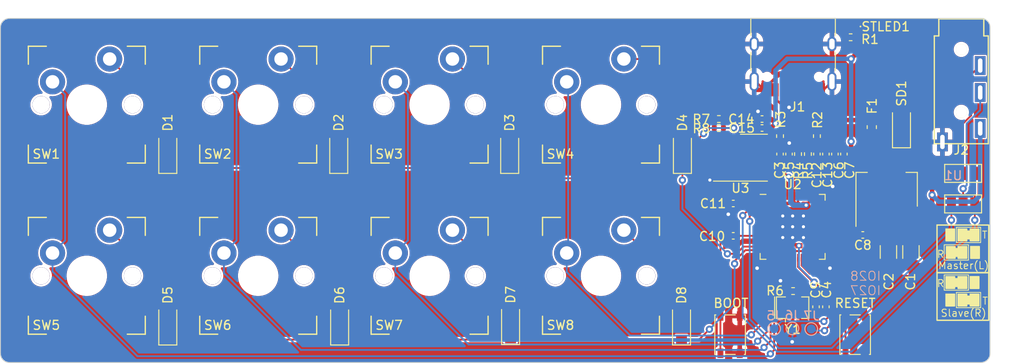
<source format=kicad_pcb>
(kicad_pcb (version 20221018) (generator pcbnew)
  (layers (0 "F.Cu" signal) (31 "B.Cu" signal) (34 "B.Paste" user) (35 "F.Paste" user) (36 "B.SilkS" user "B.Silkscreen") (37 "F.SilkS" user "F.Silkscreen") (38 "B.Mask" user) (39 "F.Mask" user) (44 "Edge.Cuts" user))
  (net 0 "")
  (net 1 "+5V")
  (net 2 "GND")
  (net 3 "+3V3")
  (net 4 "+1V1")
  (net 5 "row0")
  (net 6 "Net-(D1-A)")
  (net 7 "Net-(D2-A)")
  (net 8 "Net-(D3-A)")
  (net 9 "rotary")
  (net 10 "row1")
  (net 11 "Net-(D5-A)")
  (net 12 "Net-(D6-A)")
  (net 13 "Net-(D7-A)")
  (net 14 "Net-(D8-A)")
  (net 15 "VBUS")
  (net 16 "Net-(SD1-A)")
  (net 17 "Net-(J1-CC1)")
  (net 18 "D+")
  (net 19 "D-")
  (net 21 "Net-(J1-CC2)")
  (net 23 "SWCLK")
  (net 24 "SWD")
  (net 25 "Net-(STLED1-A)")
  (net 26 "QSPI_SS")
  (net 27 "USB_BOOT")
  (net 28 "col0")
  (net 29 "col1")
  (net 30 "col2")
  (net 31 "col3")
  (net 32 "RESET")
  (net 33 "Net-(U2-USB_DP)")
  (net 34 "Net-(U2-USB_DM)")
  (net 35 "Net-(U2-XOUT)")
  (net 42 "QSPI_SD3")
  (net 43 "QSPI_SCLK")
  (net 44 "QSPI_SD0")
  (net 45 "QSPI_SD2")
  (net 46 "QSPI_SD1")
  (net 47 "R2")
  (net 48 "R1")
  (net 49 "RX")
  (net 50 "TX")
  (net 53 "Net-(U2-XIN)")
  (net 62 "Net-(R6-Pad1)")
  (footprint "Jumper:SolderJumper-3_P1.3mm_Open_Pad1.0x1.5mm_NumberLabels" (layer "F.Cu") (at 197.4 107.65)
    (fp_text reference "J4" hide)
    (fp_text value "Conn_01x03_Male")
  )
  (footprint "Package_SON:WSON-8-1EP_6x5mm_P1.27mm_EP3.4x4.3mm" (layer "F.Cu") (at 172.65 105.9)
    (fp_text reference "U3")
    (fp_text value "W25Q128JVSIQ")
  )
  (footprint "yuchi:MX_HOLE" (layer "F.Cu") (at 100 119.05)
    (fp_text reference "SW5")
    (fp_text value "SW_Push")
  )
  (footprint "Resistor_SMD:R_0402_1005Metric" (layer "F.Cu") (at 184.9 92.5)
    (fp_text reference "R1")
    (fp_text value "1k")
  )
  (footprint "Connector_USB:USB_C_Receptacle_HRO_TYPE-C-31-M-12" (layer "F.Cu") (at 178.5 94.3 180)
    (fp_text reference "J1")
    (fp_text value "USB_C_Receptacle")
  )
  (footprint "Diode_SMD:D_SOD-123" (layer "F.Cu") (at 190.55 102.55 90)
    (fp_text reference "SD1")
    (fp_text value "Schottky diode")
  )
  (footprint "yuchi:MX_HOLE" (layer "F.Cu") (at 157.15 119.05)
    (fp_text reference "SW8")
    (fp_text value "SW_Push")
  )
  (footprint "Fuse:Fuse_0603_1608Metric" (layer "F.Cu") (at 187.25 102.5 -90)
    (fp_text reference "F1")
    (fp_text value "Fuse")
  )
  (footprint "LED_SMD:LED_0402_1005Metric" (layer "F.Cu") (at 184.9 91.3 180)
    (fp_text reference "STLED1")
    (fp_text value "LED_GREEN")
  )
  (footprint "Capacitor_SMD:C_1206_3216Metric" (layer "F.Cu") (at 191.6 116.4 -90)
    (fp_text reference "C1")
    (fp_text value "10u")
  )
  (footprint "Diode_SMD:D_SOD-123" (layer "F.Cu") (at 147.1 124.45 90)
    (fp_text reference "D7")
    (fp_text value "D_Small")
  )
  (footprint "Diode_SMD:D_SOD-123" (layer "F.Cu") (at 109 105.4 90)
    (fp_text reference "D1")
    (fp_text value "D_Small")
  )
  (footprint "Diode_SMD:D_SOD-123" (layer "F.Cu") (at 166.1 124.5 90)
    (fp_text reference "D8")
    (fp_text value "D_Small")
  )
  (footprint "Resistor_SMD:R_0402_1005Metric" (layer "F.Cu") (at 170.25 101.6 180)
    (fp_text reference "R7")
    (fp_text value "10k")
  )
  (footprint "Package_TO_SOT_SMD:SOT-223" (layer "F.Cu") (at 188.9 109.45 90)
    (fp_text reference "U1")
    (fp_text value "NCP1117-3.3_SOT223")
  )
  (footprint "Resistor_SMD:R_0402_1005Metric" (layer "F.Cu") (at 180.15 105.5 90)
    (fp_text reference "R5")
    (fp_text value "27")
  )
  (footprint "Button_Switch_SMD:SW_SPST_PTS810" (layer "F.Cu") (at 171.5 125.6 90)
    (fp_text reference "SW9" hide)
    (fp_text value "BOOT")
  )
  (footprint "Capacitor_SMD:C_0402_1005Metric" (layer "F.Cu") (at 183.15 105.5 90)
    (fp_text reference "C6")
    (fp_text value "100n")
  )
  (footprint "Capacitor_SMD:C_0402_1005Metric" (layer "F.Cu") (at 175.05 102.6 180)
    (fp_text reference "C15")
    (fp_text value "2.2uF")
  )
  (footprint "yuchi:MX_HOLE" (layer "F.Cu") (at 157.15 100)
    (fp_text reference "SW4")
    (fp_text value "SW_Push")
  )
  (footprint "Capacitor_SMD:C_0402_1005Metric" (layer "F.Cu") (at 182.15 122.5 -90)
    (fp_text reference "C4")
    (fp_text value "100n")
  )
  (footprint "Resistor_SMD:R_0402_1005Metric" (layer "F.Cu") (at 178.5 120.75 180)
    (fp_text reference "R6")
    (fp_text value "1k")
  )
  (footprint "Resistor_SMD:R_0402_1005Metric" (layer "F.Cu") (at 170.25 102.6 180)
    (fp_text reference "R8")
    (fp_text value "1k")
  )
  (footprint "yuchi:MX_HOLE" (layer "F.Cu") (at 138.1 100)
    (fp_text reference "SW3")
    (fp_text value "SW_Push")
  )
  (footprint "Capacitor_SMD:C_0402_1005Metric" (layer "F.Cu") (at 184.15 105.5 90)
    (fp_text reference "C7")
    (fp_text value "100n")
  )
  (footprint "Capacitor_SMD:C_0402_1005Metric" (layer "F.Cu") (at 186.25 114.5)
    (fp_text reference "C8")
    (fp_text value "100n")
  )
  (footprint "Package_DFN_QFN:QFN-56-1EP_7x7mm_P0.4mm_EP3.2x3.2mm" (layer "F.Cu") (at 178.45 113.6)
    (fp_text reference "U2")
    (fp_text value "RP2040")
  )
  (footprint "Diode_SMD:D_SOD-123" (layer "F.Cu") (at 128 105.4 90)
    (fp_text reference "D2")
    (fp_text value "D_Small")
  )
  (footprint "Capacitor_SMD:C_0402_1005Metric" (layer "F.Cu") (at 171.85 111 180)
    (fp_text reference "C11")
    (fp_text value "100n")
  )
  (footprint "Capacitor_SMD:C_0402_1005Metric" (layer "F.Cu") (at 178.05 105.5 90)
    (fp_text reference "C5")
    (fp_text value "100n")
  )
  (footprint "yuchi:MX_HOLE" (layer "F.Cu") (at 119.05 119.05)
    (fp_text reference "SW6")
    (fp_text value "SW_Push")
  )
  (footprint "Capacitor_SMD:C_0402_1005Metric" (layer "F.Cu") (at 175.05 101.6 180)
    (fp_text reference "C14")
    (fp_text value "100n")
  )
  (footprint "Capacitor_SMD:C_0402_1005Metric" (layer "F.Cu") (at 181.05 122.5 -90)
    (fp_text reference "C9")
    (fp_text value "100n")
  )
  (footprint "Diode_SMD:D_SOD-123" (layer "F.Cu") (at 109 124.5 90)
    (fp_text reference "D5")
    (fp_text value "D_Small")
  )
  (footprint "Resistor_SMD:R_0402_1005Metric" (layer "F.Cu") (at 181.15 103.5 -90)
    (fp_text reference "R2")
    (fp_text value "5.1k")
  )
  (footprint "Capacitor_SMD:C_1206_3216Metric" (layer "F.Cu") (at 189.1 116.4 -90)
    (fp_text reference "C2")
    (fp_text value "10u")
  )
  (footprint "Capacitor_SMD:C_0402_1005Metric" (layer "F.Cu") (at 171.85 114.6 180)
    (fp_text reference "C10")
    (fp_text value "100n")
  )
  (footprint "Diode_SMD:D_SOD-123" (layer "F.Cu") (at 147 105.4 90)
    (fp_text reference "D3")
    (fp_text value "D_Small")
  )
  (footprint "Button_Switch_SMD:SW_SPST_PTS810" (layer "F.Cu") (at 185.4 125.6 90)
    (fp_text reference "SW10" hide)
    (fp_text value "RESET")
  )
  (footprint "Jumper:SolderJumper-3_P1.3mm_Open_Pad1.0x1.5mm_NumberLabels" (layer "F.Cu") (at 197.4 111.05)
    (fp_text reference "J3" hide)
    (fp_text value "Conn_01x03_Male")
  )
  (footprint "Resistor_SMD:R_0402_1005Metric" (layer "F.Cu") (at 179.05 105.5 90)
    (fp_text reference "R4")
    (fp_text value "27")
  )
  (footprint "Diode_SMD:D_SOD-123" (layer "F.Cu") (at 128.1 124.5 90)
    (fp_text reference "D6")
    (fp_text value "D_Small")
  )
  (footprint "Capacitor_SMD:C_0402_1005Metric" (layer "F.Cu") (at 177.05 105.5 90)
    (fp_text reference "C3")
    (fp_text value "100n")
  )
  (footprint "Diode_SMD:D_SOD-123" (layer "F.Cu") (at 166.2 105.4 90)
    (fp_text reference "D4")
    (fp_text value "D_Small")
  )
  (footprint "Capacitor_SMD:C_0402_1005Metric" (layer "F.Cu") (at 182.15 105.5 90)
    (fp_text reference "C13")
    (fp_text value "2.2uF")
  )
  (footprint "Crystal:Resonator_SMD_Murata_CSTxExxV-3Pin_3.0x1.1mm" (layer "F.Cu") (at 178.45 122.6)
    (fp_text reference "Y1")
    (fp_text value "12MHz")
  )
  (footprint "yuchi:MX_HOLE" (layer "F.Cu") (at 119.05 100)
    (fp_text reference "SW2")
    (fp_text value "SW_Push")
  )
  (footprint "yuchi:MX_HOLE" (layer "F.Cu") (at 100 100)
    (fp_text reference "SW1")
    (fp_text value "SW_Push")
  )
  (footprint "Resistor_SMD:R_0402_1005Metric" (layer "F.Cu") (at 177.05 103.5 -90)
    (fp_text reference "R3")
    (fp_text value "5.1k")
  )
  (footprint "yuchi_kbd:PJ-320" (layer "F.Cu") (at 197.2 98.35)
    (fp_text reference "J2")
    (fp_text value "AudioJack4")
  )
  (footprint "yuchi:MX_HOLE" (layer "F.Cu") (at 138.1 119.05)
    (fp_text reference "SW7")
    (fp_text value "SW_Push")
  )
  (footprint "Capacitor_SMD:C_0402_1005Metric" (layer "F.Cu") (at 181.15 105.5 90)
    (fp_text reference "C12")
    (fp_text value "2.2uF")
  )
  (footprint "TestPoint:TestPoint_Pad_D1.0mm" (layer "B.Cu") (at 180.52 124.97 180)
    (fp_text reference "J7")
    (fp_text value "TP3")
  )
  (footprint "TestPoint:TestPoint_Pad_D1.0mm" (layer "B.Cu") (at 178.43 124.91 180)
    (fp_text reference "J6")
    (fp_text value "TP2")
  )
  (footprint "TestPoint:TestPoint_Pad_D1.0mm" (layer "B.Cu") (at 176.39 124.94 180)
    (fp_text reference "J5")
    (fp_text value "TP1")
  )
  (gr_rect (start 198.2 119.15) (end 199.15 120.45) (stroke (width 0.15)) (fill solid) (layer "F.SilkS"))
  (gr_rect (start 194.5 118.7) (end 200.25 124) (stroke (width 0.15)) (fill none) (layer "F.SilkS"))
  (gr_rect (start 196 116.35) (end 197.4 116.55) (stroke (width 0.8)) (fill none) (layer "F.SilkS"))
  (gr_rect (start 196.85 119.15) (end 197.8 120.45) (stroke (width 0.15)) (fill solid) (layer "F.SilkS"))
  (gr_rect (start 196.85 121.1) (end 197.8 122.4) (stroke (width 0.15)) (fill solid) (layer "F.SilkS"))
  (gr_rect (start 196.65 120.9) (end 199.35 122.6) (stroke (width 0.1)) (fill none) (layer "F.SilkS"))
  (gr_rect (start 195.5 113.85) (end 196.45 115.15) (stroke (width 0.15)) (fill solid) (layer "F.SilkS"))
  (gr_rect (start 196.65 113.65) (end 199.35 115.35) (stroke (width 0.1)) (fill none) (layer "F.SilkS"))
  (gr_rect (start 197.3 114.4) (end 198.7 114.6) (stroke (width 0.8)) (fill none) (layer "F.SilkS"))
  (gr_rect (start 195.3 115.6) (end 198 117.3) (stroke (width 0.1)) (fill none) (layer "F.SilkS"))
  (gr_rect (start 195.5 119.15) (end 196.45 120.45) (stroke (width 0.15)) (fill solid) (layer "F.SilkS"))
  (gr_rect (start 196.85 113.85) (end 197.8 115.15) (stroke (width 0.15)) (fill solid) (layer "F.SilkS"))
  (gr_rect (start 198.2 113.85) (end 199.15 115.15) (stroke (width 0.15)) (fill solid) (layer "F.SilkS"))
  (gr_rect (start 195.55 115.8) (end 196.5 117.1) (stroke (width 0.15)) (fill solid) (layer "F.SilkS"))
  (gr_rect (start 196.85 115.8) (end 197.8 117.1) (stroke (width 0.15)) (fill solid) (layer "F.SilkS"))
  (gr_rect (start 194.5 113.4) (end 200.25 118.7) (stroke (width 0.15)) (fill none) (layer "F.SilkS"))
  (gr_rect (start 195.9 119.7) (end 197.3 119.9) (stroke (width 0.8)) (fill none) (layer "F.SilkS"))
  (gr_rect (start 197.25 121.65) (end 198.65 121.85) (stroke (width 0.8)) (fill none) (layer "F.SilkS"))
  (gr_rect (start 195.5 121.1) (end 196.45 122.4) (stroke (width 0.15)) (fill solid) (layer "F.SilkS"))
  (gr_rect (start 198.25 115.8) (end 199.2 117.1) (stroke (width 0.15)) (fill solid) (layer "F.SilkS"))
  (gr_rect (start 198.2 121.1) (end 199.15 122.4) (stroke (width 0.15)) (fill solid) (layer "F.SilkS"))
  (gr_rect (start 195.3 118.95) (end 198 120.65) (stroke (width 0.1)) (fill none) (layer "F.SilkS"))
  (gr_line (start 90.4 91.4) (end 90.4 127.7) (stroke (width 0.1)) (layer "Edge.Cuts"))
  (gr_line (start 91.4 128.7) (end 199.4 128.7) (stroke (width 0.1)) (layer "Edge.Cuts"))
  (gr_line (start 200.4 127.7) (end 200.4 91.4) (stroke (width 0.1)) (layer "Edge.Cuts"))
  (gr_arc (start 199.4 90.4) (mid 200.107107 90.692893) (end 200.4 91.4) (stroke (width 0.1)) (layer "Edge.Cuts"))
  (gr_arc (start 200.4 127.7) (mid 200.107107 128.407107) (end 199.4 128.7) (stroke (width 0.1)) (layer "Edge.Cuts"))
  (gr_line (start 199.4 90.4) (end 91.4 90.4) (stroke (width 0.1)) (layer "Edge.Cuts"))
  (gr_arc (start 90.4 91.4) (mid 90.692893 90.692893) (end 91.4 90.4) (stroke (width 0.1)) (layer "Edge.Cuts"))
  (gr_arc (start 91.4 128.7) (mid 90.692893 128.407107) (end 90.4 127.7) (stroke (width 0.1)) (layer "Edge.Cuts"))
  (gr_text "IO28\nIO27" (at 186.551364 119.890534) (layer "B.SilkS") (effects (font (size 1 1) (thickness 0.1)) (justify mirror)))
  (gr_text "T" (at 199.85 121.85) (layer "F.SilkS") (effects (font (size 0.8 0.8) (thickness 0.1))))
  (gr_text "Slave(R)" (at 197.45 123.2) (layer "F.SilkS") (effects (font (size 0.8 0.8) (thickness 0.1))))
  (gr_text "R" (at 194.9 116.65) (layer "F.SilkS") (effects (font (size 0.8 0.8) (thickness 0.1))))
  (gr_text "Master(L)" (at 197.45 117.9) (layer "F.SilkS") (effects (font (size 0.8 0.8) (thickness 0.1))))
  (gr_text "T" (at 199.8 114.5) (layer "F.SilkS") (effects (font (size 0.8 0.8) (thickness 0.1))))
  (gr_text "R" (at 194.9 119.9) (layer "F.SilkS") (effects (font (size 0.8 0.8) (thickness 0.1))))
  (segment (start 193.95 110.05) (end 193.95 113.75) (width 0.5) (layer "F.Cu") (net 1))
  (segment (start 190.55 104.2) (end 190.7 104.2) (width 0.2) (layer "F.Cu") (net 1))
  (segment (start 193.95 110.05) (end 193.95 107.385614) (width 0.5) (layer "F.Cu") (net 1))
  (segment (start 193.95 107.385614) (end 190.764386 104.2) (width 0.5) (layer "F.Cu") (net 1))
  (segment (start 191.6 113) (end 191.2 112.6) (width 0.5) (layer "F.Cu") (net 1))
  (segment (start 193.95 113.75) (end 192.775 114.925) (width 0.5) (layer "F.Cu") (net 1))
  (segment (start 190.764386 104.2) (end 190.7 104.2) (width 0.5) (layer "F.Cu") (net 1))
  (segment (start 192.775 114.925) (end 191.6 114.925) (width 0.5) (layer "F.Cu") (net 1))
  (segment (start 191.6 114.925) (end 191.6 113) (width 0.5) (layer "F.Cu") (net 1))
  (via (at 193.95 110.05) (size 0.8) (drill 0.4) (layers "F.Cu" "B.Cu") (net 1))
  (segment (start 194.7 110.8) (end 198.6 110.8) (width 0.5) (layer "B.Cu") (net 1))
  (segment (start 193.95 110.05) (end 194.7 110.8) (width 0.5) (layer "B.Cu") (net 1))
  (segment (start 199.3 110.1) (end 199.3 102.65) (width 0.5) (layer "B.Cu") (net 1))
  (segment (start 198.6 110.8) (end 199.3 110.1) (width 0.5) (layer "B.Cu") (net 1))
  (segment (start 177.451364 114.590534) (end 178.451364 113.590534) (width 0.2) (layer "F.Cu") (net 2))
  (segment (start 169.951364 107.795534) (end 169.846844 107.795534) (width 0.2) (layer "F.Cu") (net 2))
  (segment (start 181.15 105.02) (end 181.15 104.11) (width 0.2) (layer "F.Cu") (net 2))
  (segment (start 177.45 117.0375) (end 177.45 119.25) (width 0.2) (layer "F.Cu") (net 2))
  (segment (start 174.57 101.6) (end 174.57 100.7795) (width 0.2) (layer "F.Cu") (net 2))
  (segment (start 186.73 114.5) (end 186.73 112.73) (width 0.25) (layer "F.Cu") (net 2))
  (segment (start 177.05 105.02) (end 177.05 104.01) (width 0.2) (layer "F.Cu") (net 2))
  (segment (start 174.57 100.7795) (end 174.6 100.7495) (width 0.2) (layer "F.Cu") (net 2))
  (segment (start 174.336364 97.420534) (end 175.251364 98.335534) (width 0.25) (layer "F.Cu") (net 2))
  (segment (start 182.82 97.43) (end 182.82 93.25) (width 0.2) (layer "F.Cu") (net 2))
  (segment (start 177.45 119.25) (end 177.1 119.6) (width 0.2) (layer "F.Cu") (net 2))
  (segment (start 184.15 105.02) (end 183.15 105.02) (width 0.2) (layer "F.Cu") (net 2))
  (segment (start 181.906364 98.335534) (end 182.821364 97.420534) (width 0.25) (layer "F.Cu") (net 2))
  (segment (start 174.181364 97.420534) (end 174.336364 97.420534) (width 0.25) (layer "F.Cu") (net 2))
  (segment (start 169.846844 107.795534) (end 169.250384 108.391994) (width 0.2) (layer "F.Cu") (net 2))
  (segment (start 177.810794 104.01) (end 178.075901 104.275107) (width 0.2) (layer "F.Cu") (net 2))
  (segment (start 178.05 105.02) (end 177.05 105.02) (width 0.2) (layer "F.Cu") (net 2))
  (segment (start 181.15 105.02) (end 182.15 105.02) (width 0.2) (layer "F.Cu") (net 2))
  (segment (start 177.05 104.01) (end 177.810794 104.01) (width 0.2) (layer "F.Cu") (net 2))
  (segment (start 186.73 112.73) (end 186.6 112.6) (width 0.25) (layer "F.Cu") (net 2))
  (segment (start 174.18 93.25) (end 174.18 97.43) (width 0.2) (layer "F.Cu") (net 2))
  (segment (start 182.15 105.02) (end 183.15 105.02) (width 0.2) (layer "F.Cu") (net 2))
  (via (at 178.451364 112.390534) (size 0.6) (drill 0.35) (layers "F.Cu" "B.Cu") (net 2))
  (via (at 182.6 118.2) (size 0.8) (drill 0.4) (layers "F.Cu" "B.Cu") (net 2))
  (via (at 169.250384 108.391994) (size 0.6) (drill 0.35) (layers "F.Cu" "B.Cu") (net 2))
  (via (at 174.5 118.2) (size 0.8) (drill 0.4) (layers "F.Cu" "B.Cu") (net 2))
  (via (at 177.351364 114.790534) (size 0.6) (drill 0.35) (layers "F.Cu" "B.Cu") (net 2))
  (via (at 178.451364 114.790534) (size 0.6) (drill 0.35) (layers "F.Cu" "B.Cu") (net 2))
  (via (at 178.075901 104.275107) (size 0.8) (drill 0.4) (layers "F.Cu" "B.Cu") (net 2))
  (via (at 177.351364 112.390534) (size 0.6) (drill 0.35) (layers "F.Cu" "B.Cu") (net 2))
  (via (at 178.4 126.4) (size 0.8) (drill 0.4) (layers "F.Cu" "B.Cu") (net 2))
  (via (at 179.651364 113.590534) (size 0.6) (drill 0.35) (layers "F.Cu" "B.Cu") (net 2))
  (via (at 171.3 112.2) (size 0.8) (drill 0.4) (layers "F.Cu" "B.Cu") (net 2))
  (via (at 174.6 100.7495) (size 0.8) (drill 0.4) (layers "F.Cu" "B.Cu") (net 2))
  (via (at 182.9 109.1) (size 0.8) (drill 0.4) (layers "F.Cu" "B.Cu") (net 2))
  (via (at 179.651364 114.790534) (size 0.6) (drill 0.35) (layers "F.Cu" "B.Cu") (net 2))
  (via (at 178.05 100.3) (size 0.8) (drill 0.4) (layers "F.Cu" "B.Cu") (net 2))
  (via (at 178.451364 113.590534) (size 0.6) (drill 0.35) (layers "F.Cu" "B.Cu") (net 2))
  (via (at 177.1 119.6) (size 0.8) (drill 0.4) (layers "F.Cu" "B.Cu") (net 2))
  (via (at 179.651364 112.390534) (size 0.6) (drill 0.35) (layers "F.Cu" "B.Cu") (net 2))
  (via (at 177.351364 113.590534) (size 0.6) (drill 0.35) (layers "F.Cu" "B.Cu") (net 2))
  (segment (start 178.43 124.91) (end 178.43 126.37) (width 0.2) (layer "B.Cu") (net 2))
  (segment (start 178.43 126.37) (end 178.4 126.4) (width 0.2) (layer "B.Cu") (net 2))
  (segment (start 180.651364 110.153034) (end 180.651364 110.990534) (width 0.2) (layer "F.Cu") (net 3))
  (segment (start 181.051364 110.990534) (end 180.851364 111.190534) (width 0.2) (layer "F.Cu") (net 3))
  (segment (start 176.051364 102.590534) (end 175.531364 102.590534) (width 0.5) (layer "F.Cu") (net 3))
  (segment (start 181.188864 110.153034) (end 181.188864 108.153034) (width 0.5) (layer "F.Cu") (net 3))
  (segment (start 175.0125 111) (end 175.9 111) (width 0.2) (layer "F.Cu") (net 3))
  (segment (start 181.8875 110.6625) (end 181.95 110.6) (width 0.2) (layer "F.Cu") (net 3))
  (segment (start 172.206663 114.476663) (end 172.33 114.6) (width 0.2) (layer "F.Cu") (net 3))
  (segment (start 184.95 105.65) (end 184.95 104.1) (width 0.5) (layer "F.Cu") (net 3))
  (segment (start 175.531364 103.805534) (end 175.351364 103.985534) (width 0.5) (layer "F.Cu") (net 3))
  (segment (start 185.41 94.44) (end 185.41 92.5) (width 0.5) (layer "F.Cu") (net 3))
  (segment (start 185.77 115.07) (end 185.77 114.5) (width 0.5) (layer "F.Cu") (net 3))
  (segment (start 175.0125 111) (end 172.33 111) (width 0.2) (layer "F.Cu") (net 3))
  (segment (start 178.851364 110.990534) (end 178.651364 110.790534) (width 0.2) (layer "F.Cu") (net 3))
  (segment (start 178.651364 110.790534) (end 178.651364 110.153034) (width 0.2) (layer "F.Cu") (net 3))
  (segment (start 184.15 106.3) (end 184.15 105.98) (width 0.5) (layer "F.Cu") (net 3))
  (segment (start 181.8875 111) (end 181.06083 111) (width 0.2) (layer "F.Cu") (net 3))
  (segment (start 175.531364 103.805534) (end 175.531364 102.590534) (width 0.5) (layer "F.Cu") (net 3))
  (segment (start 181.05 120.95) (end 178.65 118.55) (width 0.2) (layer "F.Cu") (net 3))
  (segment (start 188.9 112.6) (end 188.9 114.725) (width 0.5) (layer "F.Cu") (net 3))
  (segment (start 184.95 94.9) (end 185.41 94.44) (width 0.5) (layer "F.Cu") (net 3))
  (segment (start 180.651364 110.153034) (end 180.651364 107.658034) (width 0.2) (layer "F.Cu") (net 3))
  (segment (start 171.6 99.9) (end 170.76 100.74) (width 0.5) (layer "F.Cu") (net 3))
  (segment (start 181.188864 108.153034) (end 183.151364 106.190534) (width 0.5) (layer "F.Cu") (net 3))
  (segment (start 181.95 108.5) (end 184.15 106.3) (width 0.5) (layer "F.Cu") (net 3))
  (segment (start 181.8875 111) (end 181.8875 110.6625) (width 0.2) (layer "F.Cu") (net 3))
  (segment (start 176.551364 102.090534) (end 176.551364 100.651364) (width 0.5) (layer "F.Cu") (net 3))
  (segment (start 186.2 115.5) (end 185.77 115.07) (width 0.5) (layer "F.Cu") (net 3))
  (segment (start 188.525 115.5) (end 186.2 115.5) (width 0.5) (layer "F.Cu") (net 3))
  (segment (start 183.151364 106.190534) (end 183.151364 106.070534) (width 0.5) (layer "F.Cu") (net 3))
  (segment (start 176.551364 102.090534) (end 176.051364 102.590534) (width 0.5) (layer "F.Cu") (net 3))
  (segment (start 175.0125 114.6) (end 172.33 114.6) (width 0.2) (layer "F.Cu") (net 3))
  (segment (start 184.15 105.98) (end 183.15 105.98) (width 0.5) (layer "F.Cu") (net 3))
  (segment (start 172.206663 111.123337) (end 172.206663 114.476663) (width 0.2) (layer "F.Cu") (net 3))
  (segment (start 179.051364 109.290534) (end 178.851364 109.090534) (width 0.2) (layer "F.Cu") (net 3))
  (segment (start 180.651364 107.658034) (end 182.151364 106.158034) (width 0.2) (layer "F.Cu") (net 3))
  (segment (start 181.05 122.02) (end 181.05 120.95) (width 0.2) (layer "F.Cu") (net 3))
  (segment (start 176.051364 101.590534) (end 176.551364 102.090534) (width 0.5) (layer "F.Cu") (net 3))
  (segment (start 181.051364 110.153034) (end 181.051364 110.990534) (width 0.2) (layer "F.Cu") (net 3))
  (segment (start 181.8875 114.6) (end 185.67 114.6) (width 0.2) (layer "F.Cu") (net 3))
  (segment (start 178.651364 109.290534) (end 178.651364 110.153034) (width 0.2) (layer "F.Cu") (net 3))
  (segment (start 179.051364 110.153034) (end 179.051364 109.290534) (width 0.2) (layer "F.Cu") (net 3))
  (segment (start 178.65 118.55) (end 178.65 117.0375) (width 0.2) (layer "F.Cu") (net 3))
  (segment (start 175.531364 102.590534) (end 175.531364 101.590534) (width 0.5) (layer "F.Cu") (net 3))
  (segment (start 181.06083 111) (end 181.051364 110.990534) (width 0.2) (layer "F.Cu") (net 3))
  (segment (start 180.851364 111.190534) (end 180.851364 112.190534) (width 0.2) (layer "F.Cu") (net 3))
  (segment (start 178.65 117.0375) (end 178.65 116.291898) (width 0.2) (layer "F.Cu") (net 3))
  (segment (start 181.95 110.6) (end 181.95 108.5) (width 0.5) (layer "F.Cu") (net 3))
  (segment (start 178.65 116.291898) (end 178.652343 116.289555) (width 0.2) (layer "F.Cu") (net 3))
  (segment (start 181.8875 114.6) (end 180.95 114.6) (width 0.2) (layer "F.Cu") (net 3))
  (segment (start 179.051364 110.153034) (end 179.051364 110.790534) (width 0.2) (layer "F.Cu") (net 3))
  (segment (start 182.15 105.98) (end 183.15 105.98) (width 0.5) (layer "F.Cu") (net 3))
  (segment (start 175.0125 114.6) (end 175.8 114.6) (width 0.2) (layer "F.Cu") (net 3))
  (segment (start 179.051364 110.790534) (end 178.851364 110.990534) (width 0.2) (layer "F.Cu") (net 3))
  (segment (start 178.851364 109.090534) (end 178.851364 107.638643) (width 0.5) (layer "F.Cu") (net 3))
  (segment (start 175.8 99.9) (end 171.6 99.9) (width 0.5) (layer "F.Cu") (net 3))
  (segment (start 184.15 105.98) (end 184.62 105.98) (width 0.5) (layer "F.Cu") (net 3))
  (segment (start 189.1 114.925) (end 188.525 115.5) (width 0.5) (layer "F.Cu") (net 3))
  (segment (start 184.62 105.98) (end 184.95 105.65) (width 0.5) (layer "F.Cu") (net 3))
  (segment (start 175.531364 101.590534) (end 176.051364 101.590534) (width 0.5) (layer "F.Cu") (net 3))
  (segment (start 178.652343 116.289555) (end 179.652343 116.289555) (width 0.2) (layer "F.Cu") (net 3))
  (segment (start 185.67 114.6) (end 185.77 114.5) (width 0.2) (layer "F.Cu") (net 3))
  (segment (start 179.652343 116.289555) (end 179.951364 115.990534) (width 0.2) (layer "F.Cu") (net 3))
  (segment (start 178.051364 106.838643) (end 178.051364 106.070534) (width 0.5) (layer "F.Cu") (net 3))
  (segment (start 172.33 111) (end 172.206663 111.123337) (width 0.2) (layer "F.Cu") (net 3))
  (segment (start 176.551364 100.651364) (end 175.8 99.9) (width 0.5) (layer "F.Cu") (net 3))
  (segment (start 178.851364 109.090534) (end 178.651364 109.290534) (width 0.2) (layer "F.Cu") (net 3))
  (segment (start 178.851364 107.638643) (end 178.051364 106.838643) (width 0.5) (layer "F.Cu") (net 3))
  (segment (start 188.9 114.725) (end 189.1 114.925) (width 0.5) (layer "F.Cu") (net 3))
  (segment (start 180.651364 110.990534) (end 180.851364 111.190534) (width 0.2) (layer "F.Cu") (net 3))
  (segment (start 170.76 100.74) (end 170.76 101.6) (width 0.5) (layer "F.Cu") (net 3))
  (via (at 176.551364 102.090534) (size 0.7) (drill 0.4) (layers "F.Cu" "B.Cu") (net 3))
  (via (at 184.95 94.9) (size 0.8) (drill 0.4) (layers "F.Cu" "B.Cu") (net 3))
  (via (at 184.95 104.1) (size 0.8) (drill 0.4) (layers "F.Cu" "B.Cu") (net 3))
  (segment (start 184.95 94.9) (end 177.85 94.9) (width 0.5) (layer "B.Cu") (net 3))
  (segment (start 177.85 94.9) (end 176.551364 96.198636) (width 0.5) (layer "B.Cu") (net 3))
  (segment (start 176.551364 96.198636) (end 176.551364 102.090534) (width 0.5) (layer "B.Cu") (net 3))
  (segment (start 184.95 104.1) (end 184.95 94.9) (width 0.5) (layer "B.Cu") (net 3))
  (segment (start 180.251364 110.153034) (end 180.251364 110.890534) (width 0.2) (layer "F.Cu") (net 4))
  (segment (start 180.844622 119.755378) (end 182.15 121.060756) (width 0.2) (layer "F.Cu") (net 4))
  (segment (start 181.151364 106.390534) (end 180.251364 107.290534) (width 0.2) (layer "F.Cu") (net 4))
  (segment (start 179.951364 111.190534) (end 179.551364 111.590534) (width 0.2) (layer "F.Cu") (net 4))
  (segment (start 179.051862 115.590534) (end 178.351364 115.590534) (width 0.2) (layer "F.Cu") (net 4))
  (segment (start 179.551364 111.590534) (end 179.251364 111.590534) (width 0.2) (layer "F.Cu") (net 4))
  (segment (start 178.001864 107.990534) (end 177.951364 107.990534) (width 0.2) (layer "F.Cu") (net 4))
  (segment (start 178.251364 108.240034) (end 178.001864 107.990534) (width 0.2) (layer "F.Cu") (net 4))
  (segment (start 180.251364 107.290534) (end 180.251364 110.153034) (width 0.2) (layer "F.Cu") (net 4))
  (segment (start 180.844622 119.755378) (end 180.738347 119.755378) (width 0.2) (layer "F.Cu") (net 4))
  (segment (start 177.951364 107.990534) (end 177.051364 107.090534) (width 0.2) (layer "F.Cu") (net 4))
  (segment (start 178.25 110.1625) (end 178.25 108.241398) (width 0.2) (layer "F.Cu") (net 4))
  (segment (start 181.151364 106.158034) (end 181.151364 106.390534) (width 0.2) (layer "F.Cu") (net 4))
  (segment (start 180.738347 119.755378) (end 179.050001 118.067032) (width 0.2) (layer "F.Cu") (net 4))
  (segment (start 180.251364 110.890534) (end 179.951364 111.190534) (width 0.2) (layer "F.Cu") (net 4))
  (segment (start 177.051364 107.090534) (end 177.051364 106.070534) (width 0.2) (layer "F.Cu") (net 4))
  (segment (start 179.050001 118.067032) (end 179.05 117.0375) (width 0.2) (layer "F.Cu") (net 4))
  (segment (start 178.25 108.241398) (end 178.251364 108.240034) (width 0.2) (layer "F.Cu") (net 4))
  (segment (start 179.151364 115.690036) (end 179.051862 115.590534) (width 0.2) (layer "F.Cu") (net 4))
  (segment (start 182.15 121.060756) (end 182.15 122.02) (width 0.2) (layer "F.Cu") (net 4))
  (via (at 178.001864 107.990534) (size 0.6) (drill 0.35) (layers "F.Cu" "B.Cu") (net 4))
  (via (at 180.844622 119.755378) (size 0.8) (drill 0.4) (layers "F.Cu" "B.Cu") (net 4))
  (via (at 179.951364 111.190534) (size 0.6) (drill 0.35) (layers "F.Cu" "B.Cu") (net 4))
  (via (at 179.151364 115.690036) (size 0.6) (drill 0.35) (layers "F.Cu" "B.Cu") (net 4))
  (segment (start 180.844622 119.755378) (end 179.151364 118.06212) (width 0.2) (layer "B.Cu") (net 4))
  (segment (start 178.251364 108.240034) (end 178.251364 110.890534) (width 0.6) (layer "B.Cu") (net 4))
  (segment (start 178.001864 107.990534) (end 178.251364 108.240034) (width 0.6) (layer "B.Cu") (net 4))
  (segment (start 179.151364 118.06212) (end 179.151364 115.690036) (width 0.2) (layer "B.Cu") (net 4))
  (segment (start 178.251364 110.890534) (end 178.551364 111.190534) (width 0.6) (layer "B.Cu") (net 4))
  (segment (start 178.551364 111.190534) (end 179.951364 111.190534) (width 0.6) (layer "B.Cu") (net 4))
  (segment (start 175.0125 115.8) (end 172.99045 115.8) (width 0.2) (layer "F.Cu") (net 5))
  (segment (start 166.2 108.4) (end 166.2 107.05) (width 0.2) (layer "F.Cu") (net 5))
  (segment (start 147 107.05) (end 148.15 108.2) (width 0.2) (layer "F.Cu") (net 5))
  (segment (start 109 107.05) (end 128 107.05) (width 0.2) (layer "F.Cu") (net 5))
  (segment (start 165.05 108.2) (end 166.2 107.05) (width 0.2) (layer "F.Cu") (net 5))
  (segment (start 172.19045 116.6) (end 171.2 116.6) (width 0.2) (layer "F.Cu") (net 5))
  (segment (start 128 107.05) (end 147 107.05) (width 0.2) (layer "F.Cu") (net 5))
  (segment (start 172.99045 115.8) (end 172.19045 116.6) (width 0.2) (layer "F.Cu") (net 5))
  (segment (start 148.15 108.2) (end 165.05 108.2) (width 0.2) (layer "F.Cu") (net 5))
  (via (at 171.2 116.6) (size 0.8) (drill 0.4) (layers "F.Cu" "B.Cu") (net 5))
  (via (at 166.2 108.4) (size 0.8) (drill 0.4) (layers "F.Cu" "B.Cu") (net 5))
  (segment (start 166.2 111.6) (end 166.2 108.4) (width 0.2) (layer "B.Cu") (net 5))
  (segment (start 171.2 116.6) (end 166.2 111.6) (width 0.2) (layer "B.Cu") (net 5))
  (segment (start 109 101.38) (end 109 103.75) (width 0.2) (layer "F.Cu") (net 6))
  (segment (start 102.54 94.92) (end 109 101.38) (width 0.2) (layer "F.Cu") (net 6))
  (segment (start 128 101.33) (end 128 103.75) (width 0.2) (layer "F.Cu") (net 7))
  (segment (start 121.59 94.92) (end 128 101.33) (width 0.2) (layer "F.Cu") (net 7))
  (segment (start 140.64 94.92) (end 147 101.28) (width 0.2) (layer "F.Cu") (net 8))
  (segment (start 147 101.28) (end 147 103.75) (width 0.2) (layer "F.Cu") (net 8))
  (segment (start 162.42 94.92) (end 159.69 94.92) (width 0.2) (layer "F.Cu") (net 9))
  (segment (start 166.2 98.7) (end 162.42 94.92) (width 0.2) (layer "F.Cu") (net 9))
  (segment (start 166.2 103.75) (end 166.2 98.7) (width 0.2) (layer "F.Cu") (net 9))
  (segment (start 169.2 125) (end 168.05 126.15) (width 0.2) (layer "F.Cu") (net 10))
  (segment (start 109 126.15) (end 128.1 126.15) (width 0.2) (layer "F.Cu") (net 10))
  (segment (start 173.2 116.2) (end 175.0125 116.2) (width 0.2) (layer "F.Cu") (net 10))
  (segment (start 128.1 126.15) (end 147.05 126.15) (width 0.2) (layer "F.Cu") (net 10))
  (segment (start 172 117.7) (end 172 117.4) (width 0.2) (layer "F.Cu") (net 10))
  (segment (start 147.05 126.15) (end 147.1 126.1) (width 0.2) (layer "F.Cu") (net 10))
  (segment (start 172 117.4) (end 173.2 116.2) (width 0.2) (layer "F.Cu") (net 10))
  (segment (start 147.1 126.1) (end 166.05 126.1) (width 0.2) (layer "F.Cu") (net 10))
  (segment (start 168.05 126.15) (end 166.1 126.15) (width 0.2) (layer "F.Cu") (net 10))
  (segment (start 166.05 126.1) (end 166.1 126.15) (width 0.2) (layer "F.Cu") (net 10))
  (via (at 169.2 125) (size 0.8) (drill 0.4) (layers "F.Cu" "B.Cu") (net 10))
  (via (at 172 117.7) (size 0.8) (drill 0.4) (layers "F.Cu" "B.Cu") (net 10))
  (segment (start 172 122.2) (end 169.2 125) (width 0.2) (layer "B.Cu") (net 10))
  (segment (start 172 117.7) (end 172 122.2) (width 0.2) (layer "B.Cu") (net 10))
  (segment (start 102.54 113.97) (end 109 120.43) (width 0.2) (layer "F.Cu") (net 11))
  (segment (start 109 120.43) (end 109 122.85) (width 0.2) (layer "F.Cu") (net 11))
  (segment (start 128.1 120.48) (end 128.1 122.85) (width 0.2) (layer "F.Cu") (net 12))
  (segment (start 121.59 113.97) (end 128.1 120.48) (width 0.2) (layer "F.Cu") (net 12))
  (segment (start 140.64 113.97) (end 147.1 120.43) (width 0.2) (layer "F.Cu") (net 13))
  (segment (start 147.1 120.43) (end 147.1 122.75) (width 0.2) (layer "F.Cu") (net 13))
  (segment (start 166.1 120.38) (end 166.1 122.85) (width 0.2) (layer "F.Cu") (net 14))
  (segment (start 159.69 113.97) (end 166.1 120.38) (width 0.2) (layer "F.Cu") (net 14))
  (segment (start 176.751364 96.790534) (end 177.000884 96.541014) (width 0.5) (layer "F.Cu") (net 15))
  (segment (start 177.000884 96.541014) (end 180.001844 96.541014) (width 0.5) (layer "F.Cu") (net 15))
  (segment (start 176.051364 97.490534) (end 176.751364 96.790534) (width 0.3) (layer "F.Cu") (net 15))
  (segment (start 180.95 100.3125) (end 182.35 101.7125) (width 0.5) (layer "F.Cu") (net 15))
  (segment (start 180.001844 96.541014) (end 180.251364 96.790534) (width 0.5) (layer "F.Cu") (net 15))
  (segment (start 180.951364 97.490534) (end 180.951364 98.335534) (width 0.3) (layer "F.Cu") (net 15))
  (segment (start 182.35 101.7125) (end 187.25 101.7125) (width 0.5) (layer "F.Cu") (net 15))
  (segment (start 180.251364 96.790534) (end 180.951364 97.490534) (width 0.3) (layer "F.Cu") (net 15))
  (segment (start 176.051364 98.335534) (end 176.051364 97.490534) (width 0.3) (layer "F.Cu") (net 15))
  (segment (start 180.95 100.3125) (end 180.95 98.345) (width 0.5) (layer "F.Cu") (net 15))
  (segment (start 187.25 103.2875) (end 187.5125 103.2875) (width 0.5) (layer "F.Cu") (net 16))
  (segment (start 189.9 100.9) (end 190.55 100.9) (width 0.5) (layer "F.Cu") (net 16))
  (segment (start 187.5125 103.2875) (end 189.9 100.9) (width 0.5) (layer "F.Cu") (net 16))
  (segment (start 180.64 102.99) (end 181.15 102.99) (width 0.25) (layer "F.Cu") (net 17))
  (segment (start 179.751364 102.101364) (end 180.64 102.99) (width 0.25) (layer "F.Cu") (net 17))
  (segment (start 179.751364 98.335534) (end 179.751364 102.101364) (width 0.25) (layer "F.Cu") (net 17))
  (segment (start 178.732501 99.45) (end 178.75 99.432501) (width 0.2) (layer "F.Cu") (net 18))
  (segment (start 177.88 99.45) (end 178.732501 99.45) (width 0.2) (layer "F.Cu") (net 18))
  (segment (start 178.75 99.432501) (end 178.75 98.345) (width 0.2) (layer "F.Cu") (net 18))
  (segment (start 178.775 104.251397) (end 179.05 104.526397) (width 0.2) (layer "F.Cu") (net 18))
  (segment (start 177.75 98.345) (end 177.75 99.32) (width 0.2) (layer "F.Cu") (net 18))
  (segment (start 178.475 102.975) (end 178.139106 102.975) (width 0.2) (layer "F.Cu") (net 18))
  (segment (start 178.775 103.925) (end 178.775 104.251397) (width 0.2) (layer "F.Cu") (net 18))
  (segment (start 177.75 99.32) (end 177.88 99.45) (width 0.2) (layer "F.Cu") (net 18))
  (segment (start 179.05 104.526397) (end 179.05 104.99) (width 0.2) (layer "F.Cu") (net 18))
  (segment (start 178.139106 103.575) (end 178.475 103.575) (width 0.2) (layer "F.Cu") (net 18))
  (segment (start 178.775 103.875) (end 178.775 103.925) (width 0.2) (layer "F.Cu") (net 18))
  (segment (start 178.775 99.457501) (end 178.775 102.675) (width 0.2) (layer "F.Cu") (net 18))
  (segment (start 178.75 99.432501) (end 178.775 99.457501) (width 0.2) (layer "F.Cu") (net 18))
  (arc (start 177.839106 103.275) (mid 177.926974 103.487132) (end 178.139106 103.575) (width 0.2) (layer "F.Cu") (net 18))
  (arc (start 178.475 103.575) (mid 178.687132 103.662868) (end 178.775 103.875) (width 0.2) (layer "F.Cu") (net 18))
  (arc (start 178.775 102.675) (mid 178.687132 102.887132) (end 178.475 102.975) (width 0.2) (layer "F.Cu") (net 18))
  (arc (start 178.139106 102.975) (mid 177.926974 103.062868) (end 177.839106 103.275) (width 0.2) (layer "F.Cu") (net 18))
  (segment (start 179.225 104.065) (end 179.225 99.457501) (width 0.2) (layer "F.Cu") (net 19))
  (segment (start 178.251364 97.361512) (end 178.522342 97.090534) (width 0.2) (layer "F.Cu") (net 19))
  (segment (start 180.15 104.99) (end 179.225 104.065) (width 0.2) (layer "F.Cu") (net 19))
  (segment (start 179.225 99.457501) (end 179.25 99.432501) (width 0.2) (layer "F.Cu") (net 19))
  (segment (start 178.251364 98.335534) (end 178.251364 97.361512) (width 0.2) (layer "F.Cu") (net 19))
  (segment (start 178.980386 97.090534) (end 179.251364 97.361512) (width 0.2) (layer "F.Cu") (net 19))
  (segment (start 178.522342 97.090534) (end 178.980386 97.090534) (width 0.2) (layer "F.Cu") (net 19))
  (segment (start 179.25 99.432501) (end 179.25 98.345) (width 0.2) (layer "F.Cu") (net 19))
  (segment (start 179.251364 97.361512) (end 179.251364 98.335534) (width 0.2) (layer "F.Cu") (net 19))
  (segment (start 177.226364 100.023636) (end 177.226364 102.813636) (width 0.25) (layer "F.Cu") (net 21))
  (segment (start 176.751364 99.548636) (end 177.226364 100.023636) (width 0.25) (layer "F.Cu") (net 21))
  (segment (start 177.226364 102.813636) (end 177.05 102.99) (width 0.25) (layer "F.Cu") (net 21))
  (segment (start 176.751364 98.335534) (end 176.751364 99.548636) (width 0.25) (layer "F.Cu") (net 21))
  (segment (start 182.95 120.870806) (end 182.95 123.112254) (width 0.2) (layer "F.Cu") (net 23))
  (segment (start 179.45 117.0375) (end 179.450001 117.901347) (width 0.2) (layer "F.Cu") (net 23))
  (segment (start 180.879194 118.8) (end 182.95 120.870806) (width 0.2) (layer "F.Cu") (net 23))
  (segment (start 180.348655 118.8) (end 180.879194 118.8) (width 0.2) (layer "F.Cu") (net 23))
  (segment (start 182.95 123.112254) (end 181.931127 124.131127) (width 0.2) (layer "F.Cu") (net 23))
  (segment (start 179.450001 117.901347) (end 180.348655 118.8) (width 0.2) (layer "F.Cu") (net 23))
  (via (at 181.931127 124.131127) (size 0.8) (drill 0.4) (layers "F.Cu" "B.Cu") (net 23))
  (segment (start 177.22 124.11) (end 181.91 124.11) (width 0.2) (layer "B.Cu") (net 23))
  (segment (start 176.39 124.94) (end 177.22 124.11) (width 0.2) (layer "B.Cu") (net 23))
  (segment (start 181.91 124.11) (end 181.931127 124.131127) (width 0.2) (layer "B.Cu") (net 23))
  (segment (start 181.04488 118.4) (end 183.35 120.70512) (width 0.2) (layer "F.Cu") (net 24))
  (segment (start 180.51434 118.4) (end 181.04488 118.4) (width 0.2) (layer "F.Cu") (net 24))
  (segment (start 179.85 117.735661) (end 180.51434 118.4) (width 0.2) (layer "F.Cu") (net 24))
  (segment (start 183.35 123.8) (end 182 125.15) (width 0.2) (layer "F.Cu") (net 24))
  (segment (start 183.35 120.70512) (end 183.35 123.8) (width 0.2) (layer "F.Cu") (net 24))
  (segment (start 179.85 117.0375) (end 179.85 117.735661) (width 0.2) (layer "F.Cu") (net 24))
  (via (at 182 125.15) (size 0.8) (drill 0.4) (layers "F.Cu" "B.Cu") (net 24))
  (segment (start 182 125.15) (end 180.7 125.15) (width 0.2) (layer "B.Cu") (net 24))
  (segment (start 180.7 125.15) (end 180.52 124.97) (width 0.2) (layer "B.Cu") (net 24))
  (segment (start 184.415 92.475) (end 184.39 92.5) (width 0.2) (layer "F.Cu") (net 25))
  (segment (start 184.415 91.3) (end 184.415 92.475) (width 0.2) (layer "F.Cu") (net 25))
  (segment (start 168.551364 109.790534) (end 167.851364 109.090534) (width 0.2) (layer "F.Cu") (net 26))
  (segment (start 169.74 102.6) (end 169.74 101.6) (width 0.2) (layer "F.Cu") (net 26))
  (segment (start 175.488864 109.790534) (end 168.551364 109.790534) (width 0.2) (layer "F.Cu") (net 26))
  (segment (start 169.75 103.795) (end 169.75 102.61) (width 0.2) (layer "F.Cu") (net 26))
  (segment (start 168.656364 103.985534) (end 169.951364 103.985534) (width 0.2) (layer "F.Cu") (net 26))
  (segment (start 169.75 102.61) (end 169.74 102.6) (width 0.2) (layer "F.Cu") (net 26))
  (segment (start 167.851364 104.790534) (end 168.656364 103.985534) (width 0.2) (layer "F.Cu") (net 26))
  (segment (start 169.95 103.995) (end 169.75 103.795) (width 0.2) (layer "F.Cu") (net 26))
  (segment (start 175.85 110.15167) (end 175.488864 109.790534) (width 0.2) (layer "F.Cu") (net 26))
  (segment (start 175.85 110.1625) (end 175.85 110.15167) (width 0.2) (layer "F.Cu") (net 26))
  (segment (start 167.851364 109.090534) (end 167.851364 104.790534) (width 0.2) (layer "F.Cu") (net 26))
  (segment (start 167.1 104.67) (end 168.55 103.22) (width 0.2) (layer "F.Cu") (net 27))
  (segment (start 170.425 114.675) (end 167.1 111.35) (width 0.2) (layer "F.Cu") (net 27))
  (segment (start 170.425 127.675) (end 170.425 123.525) (width 0.2) (layer "F.Cu") (net 27))
  (segment (start 170.76 102.6) (end 171.9 102.6) (width 0.2) (layer "F.Cu") (net 27))
  (segment (start 170.425 123.525) (end 170.425 114.675) (width 0.2) (layer "F.Cu") (net 27))
  (segment (start 167.1 111.35) (end 167.1 104.67) (width 0.2) (layer "F.Cu") (net 27))
  (via (at 171.9 102.6) (size 0.8) (drill 0.4) (layers "F.Cu" "B.Cu") (net 27))
  (via (at 168.55 103.22) (size 0.8) (drill 0.4) (layers "F.Cu" "B.Cu") (net 27))
  (segment (start 169.17 102.6) (end 168.55 103.22) (width 0.2) (layer "B.Cu") (net 27))
  (segment (start 171.9 102.6) (end 169.17 102.6) (width 0.2) (layer "B.Cu") (net 27))
  (segment (start 176.4 119.2) (end 177.05 118.55) (width 0.2) (layer "F.Cu") (net 28))
  (segment (start 177.05 118.55) (end 177.05 117.0375) (width 0.2) (layer "F.Cu") (net 28))
  (segment (start 176.4 127.313871) (end 176.4 119.2) (width 0.2) (layer "F.Cu") (net 28))
  (segment (start 175.979471 127.7344) (end 176.4 127.313871) (width 0.2) (layer "F.Cu") (net 28))
  (via (at 175.979471 127.7344) (size 0.8) (drill 0.4) (layers "F.Cu" "B.Cu") (net 28))
  (segment (start 175.713871 128) (end 105.626596 128) (width 0.2) (layer "B.Cu") (net 28))
  (segment (start 97.589999 115.110001) (end 96.19 116.51) (width 0.2) (layer "B.Cu") (net 28))
  (segment (start 175.979471 127.7344) (end 175.713871 128) (width 0.2) (layer "B.Cu") (net 28))
  (segment (start 96.19 118.563404) (end 96.19 116.51) (width 0.2) (layer "B.Cu") (net 28))
  (segment (start 96.19 97.46) (end 97.589999 98.859999) (width 0.2) (layer "B.Cu") (net 28))
  (segment (start 105.626596 128) (end 96.19 118.563404) (width 0.2) (layer "B.Cu") (net 28))
  (segment (start 97.589999 98.859999) (end 97.589999 115.110001) (width 0.2) (layer "B.Cu") (net 28))
  (segment (start 176 126.300361) (end 176 119.034314) (width 0.2) (layer "F.Cu") (net 29))
  (segment (start 176.65 118.384314) (end 176.65 117.0375) (width 0.2) (layer "F.Cu") (net 29))
  (segment (start 175.272716 127.027645) (end 176 126.300361) (width 0.2) (layer "F.Cu") (net 29))
  (segment (start 176 119.034314) (end 176.65 118.384314) (width 0.2) (layer "F.Cu") (net 29))
  (via (at 175.272716 127.027645) (size 0.8) (drill 0.4) (layers "F.Cu" "B.Cu") (net 29))
  (segment (start 175.000361 127.3) (end 123.8 127.3) (width 0.2) (layer "B.Cu") (net 29))
  (segment (start 115.24 118.74) (end 115.24 116.51) (width 0.2) (layer "B.Cu") (net 29))
  (segment (start 116.639999 98.859999) (end 116.639999 115.110001) (width 0.2) (layer "B.Cu") (net 29))
  (segment (start 175.272716 127.027645) (end 175.000361 127.3) (width 0.2) (layer "B.Cu") (net 29))
  (segment (start 115.24 97.46) (end 116.639999 98.859999) (width 0.2) (layer "B.Cu") (net 29))
  (segment (start 116.639999 115.110001) (end 115.24 116.51) (width 0.2) (layer "B.Cu") (net 29))
  (segment (start 123.8 127.3) (end 115.24 118.74) (width 0.2) (layer "B.Cu") (net 29))
  (segment (start 175.6 125.286852) (end 175.6 118.8) (width 0.2) (layer "F.Cu") (net 30))
  (segment (start 174.565961 126.320891) (end 175.6 125.286852) (width 0.2) (layer "F.Cu") (net 30))
  (segment (start 175.6 118.8) (end 176.25 118.15) (width 0.2) (layer "F.Cu") (net 30))
  (segment (start 176.25 118.15) (end 176.25 117.0375) (width 0.2) (layer "F.Cu") (net 30))
  (via (at 174.565961 126.320891) (size 0.8) (drill 0.4) (layers "F.Cu" "B.Cu") (net 30))
  (segment (start 134.29 118.563404) (end 134.29 116.51) (width 0.2) (layer "B.Cu") (net 30))
  (segment (start 174.565961 126.320891) (end 174.186852 126.7) (width 0.2) (layer "B.Cu") (net 30))
  (segment (start 174.186852 126.7) (end 142.426596 126.7) (width 0.2) (layer "B.Cu") (net 30))
  (segment (start 134.29 116.51) (end 135.689999 115.110001) (width 0.2) (layer "B.Cu") (net 30))
  (segment (start 135.689999 115.110001) (end 135.689999 98.859999) (width 0.2) (layer "B.Cu") (net 30))
  (segment (start 135.689999 98.859999) (end 134.29 97.46) (width 0.2) (layer "B.Cu") (net 30))
  (segment (start 142.426596 126.7) (end 134.29 118.563404) (width 0.2) (layer "B.Cu") (net 30))
  (segment (start 173.859206 125.614135) (end 175.2 124.273341) (width 0.2) (layer "F.Cu") (net 31))
  (segment (start 175.2 118.5) (end 175.85 117.85) (width 0.2) (layer "F.Cu") (net 31))
  (segment (start 175.2 124.273341) (end 175.2 118.5) (width 0.2) (layer "F.Cu") (net 31))
  (segment (start 175.85 117.85) (end 175.85 117.0375) (width 0.2) (layer "F.Cu") (net 31))
  (via (at 173.859206 125.614135) (size 0.8) (drill 0.4) (layers "F.Cu" "B.Cu") (net 31))
  (segment (start 173.773341 125.7) (end 160.4 125.7) (width 0.2) (layer "B.Cu") (net 31))
  (segment (start 153.34 97.46) (end 153.5 97.62) (width 0.2) (layer "B.Cu") (net 31))
  (segment (start 160.4 125.7) (end 153.34 118.64) (width 0.2) (layer "B.Cu") (net 31))
  (segment (start 153.34 118.64) (end 153.34 116.51) (width 0.2) (layer "B.Cu") (net 31))
  (segment (start 153.5 97.62) (end 153.5 116.35) (width 0.2) (layer "B.Cu") (net 31))
  (segment (start 173.859206 125.614135) (end 173.773341 125.7) (width 0.2) (layer "B.Cu") (net 31))
  (segment (start 153.5 116.35) (end 153.34 116.51) (width 0.2) (layer "B.Cu") (net 31))
  (segment (start 184.325 123.525) (end 184.325 127.675) (width 0.2) (layer "F.Cu") (net 32))
  (segment (start 181.210566 118) (end 184.325 121.114434) (width 0.2) (layer "F.Cu") (net 32))
  (segment (start 180.680025 118) (end 181.210566 118) (width 0.2) (layer "F.Cu") (net 32))
  (segment (start 180.25 117.569975) (end 180.680025 118) (width 0.2) (layer "F.Cu") (net 32))
  (segment (start 184.325 121.114434) (end 184.325 123.525) (width 0.2) (layer "F.Cu") (net 32))
  (segment (start 180.25 117.0375) (end 180.25 117.569975) (width 0.2) (layer "F.Cu") (net 32))
  (segment (start 179.451364 106.458034) (end 179.051364 106.058034) (width 0.2) (layer "F.Cu") (net 33))
  (segment (start 179.451364 110.153034) (end 179.451364 106.458034) (width 0.2) (layer "F.Cu") (net 33))
  (segment (start 179.851364 110.153034) (end 179.851364 106.458034) (width 0.2) (layer "F.Cu") (net 34))
  (segment (start 179.851364 106.458034) (end 180.151364 106.158034) (width 0.2) (layer "F.Cu") (net 34))
  (segment (start 178.25 120.49) (end 177.99 120.75) (width 0.2) (layer "F.Cu") (net 35))
  (segment (start 178.25 117.0375) (end 178.25 120.49) (width 0.2) (layer "F.Cu") (net 35))
  (segment (start 176.251364 106.155534) (end 175.351364 105.255534) (width 0.2) (layer "F.Cu") (net 42))
  (segment (start 176.251364 107.088563) (end 176.251364 106.155534) (width 0.2) (layer "F.Cu") (net 42))
  (segment (start 177.85 108.687199) (end 176.251364 107.088563) (width 0.2) (layer "F.Cu") (net 42))
  (segment (start 177.85 110.1625) (end 177.85 108.687199) (width 0.2) (layer "F.Cu") (net 42))
  (segment (start 177.45 108.928959) (end 175.35 106.828959) (width 0.2) (layer "F.Cu") (net 43))
  (segment (start 175.351364 106.525534) (end 175.351364 106.752878) (width 0.2) (layer "F.Cu") (net 43))
  (segment (start 175.35 106.828959) (end 175.35 106.535) (width 0.2) (layer "F.Cu") (net 43))
  (segment (start 177.45 110.1625) (end 177.45 108.928959) (width 0.2) (layer "F.Cu") (net 43))
  (segment (start 177.05 110.1625) (end 177.05 109.288504) (width 0.2) (layer "F.Cu") (net 44))
  (segment (start 177.05 109.288504) (end 175.55703 107.795534) (width 0.2) (layer "F.Cu") (net 44))
  (segment (start 175.55703 107.795534) (end 175.351364 107.795534) (width 0.2) (layer "F.Cu") (net 44))
  (segment (start 176.65 110.1625) (end 176.65 109.45419) (width 0.2) (layer "F.Cu") (net 45))
  (segment (start 168.650884 108.760042) (end 168.650884 107.591014) (width 0.2) (layer "F.Cu") (net 45))
  (segment (start 168.650884 107.591014) (end 169.716364 106.525534) (width 0.2) (layer "F.Cu") (net 45))
  (segment (start 176.65 109.45419) (end 176.187304 108.991494) (width 0.2) (layer "F.Cu") (net 45))
  (segment (start 176.187304 108.991494) (end 168.882336 108.991494) (width 0.2) (layer "F.Cu") (net 45))
  (segment (start 169.716364 106.525534) (end 169.951364 106.525534) (width 0.2) (layer "F.Cu") (net 45))
  (segment (start 168.882336 108.991494) (end 168.650884 108.760042) (width 0.2) (layer "F.Cu") (net 45))
  (segment (start 168.251364 108.925528) (end 168.71685 109.391014) (width 0.2) (layer "F.Cu") (net 46))
  (segment (start 176.25 109.630025) (end 176.25 110.1625) (width 0.2) (layer "F.Cu") (net 46))
  (segment (start 176.021139 109.391014) (end 176.021139 109.401164) (width 0.2) (layer "F.Cu") (net 46))
  (segment (start 176.021139 109.401164) (end 176.25 109.630025) (width 0.2) (layer "F.Cu") (net 46))
  (segment (start 169.288864 105.255534) (end 168.251364 106.293034) (width 0.2) (layer "F.Cu") (net 46))
  (segment (start 168.251364 106.293034) (end 168.251364 108.925528) (width 0.2) (layer "F.Cu") (net 46))
  (segment (start 169.951364 105.255534) (end 169.288864 105.255534) (width 0.2) (layer "F.Cu") (net 46))
  (segment (start 168.71685 109.391014) (end 176.021139 109.391014) (width 0.2) (layer "F.Cu") (net 46))
  (segment (start 197.4 102.1) (end 198.3 101.2) (width 0.2) (layer "F.Cu") (net 47))
  (segment (start 198.3 101.2) (end 198.3 96.65) (width 0.2) (layer "F.Cu") (net 47))
  (segment (start 197.4 107.65) (end 197.4 102.1) (width 0.2) (layer "F.Cu") (net 47))
  (segment (start 198.3 96.65) (end 199.3 95.65) (width 0.2) (layer "F.Cu") (net 47))
  (segment (start 197.4 111.05) (end 197.4 109.35) (width 0.2) (layer "F.Cu") (net 48))
  (via (at 197.4 109.35) (size 0.8) (drill 0.4) (layers "F.Cu" "B.Cu") (net 48))
  (segment (start 197.8 108.95) (end 197.8 102.1) (width 0.2) (layer "B.Cu") (net 48))
  (segment (start 197.8 102.1) (end 199.3 100.6) (width 0.2) (layer "B.Cu") (net 48))
  (segment (start 197.4 109.35) (end 197.8 108.95) (width 0.2) (layer "B.Cu") (net 48))
  (segment (start 199.3 100.6) (end 199.3 98.65) (width 0.2) (layer "B.Cu") (net 48))
  (segment (start 196.1 111.05) (end 196.1 107.65) (width 0.2) (layer "F.Cu") (net 49))
  (segment (start 174.275001 111.8) (end 175.0125 111.8) (width 0.2) (layer "F.Cu") (net 49))
  (segment (start 173.677931 112.977931) (end 173.677931 112.39707) (width 0.2) (layer "F.Cu") (net 49))
  (segment (start 196.1 112.85) (end 196.1 111.05) (width 0.2) (layer "F.Cu") (net 49))
  (segment (start 173.677931 112.39707) (end 174.275001 111.8) (width 0.2) (layer "F.Cu") (net 49))
  (via (at 196.1 112.85) (size 0.8) (drill 0.4) (layers "F.Cu" "B.Cu") (net 49))
  (via (at 173.677931 112.977931) (size 0.8) (drill 0.4) (layers "F.Cu" "B.Cu") (net 49))
  (segment (start 173.677931 112.977931) (end 173.677931 123.877931) (width 0.2) (layer "B.Cu") (net 49))
  (segment (start 196.1 113.8) (end 196.1 112.85) (width 0.2) (layer "B.Cu") (net 49))
  (segment (start 173.677931 123.877931) (end 176.9 127.1) (width 0.2) (layer "B.Cu") (net 49))
  (segment (start 182.8 127.1) (end 196.1 113.8) (width 0.2) (layer "B.Cu") (net 49))
  (segment (start 176.9 127.1) (end 182.8 127.1) (width 0.2) (layer "B.Cu") (net 49))
  (segment (start 198.7 107.65) (end 198.7 111.05) (width 0.2) (layer "F.Cu") (net 50))
  (segment (start 172.906663 112.342202) (end 173.848865 111.4) (width 0.2) (layer "F.Cu") (net 50))
  (segment (start 198.7 112.85) (end 198.7 111.05) (width 0.2) (layer "F.Cu") (net 50))
  (segment (start 173.848865 111.4) (end 175.0125 111.4) (width 0.2) (layer "F.Cu") (net 50))
  (via (at 172.906663 112.342202) (size 0.8) (drill 0.4) (layers "F.Cu" "B.Cu") (net 50))
  (via (at 198.7 112.85) (size 0.8) (drill 0.4) (layers "F.Cu" "B.Cu") (net 50))
  (segment (start 172.9 123.665686) (end 176.734314 127.5) (width 0.2) (layer "B.Cu") (net 50))
  (segment (start 198.7 113.8) (end 198.7 112.85) (width 0.2) (layer "B.Cu") (net 50))
  (segment (start 172.906663 112.342202) (end 172.9 112.348865) (width 0.2) (layer "B.Cu") (net 50))
  (segment (start 176.734314 127.5) (end 185 127.5) (width 0.2) (layer "B.Cu") (net 50))
  (segment (start 172.9 112.348865) (end 172.9 123.665686) (width 0.2) (layer "B.Cu") (net 50))
  (segment (start 185 127.5) (end 198.7 113.8) (width 0.2) (layer "B.Cu") (net 50))
  (segment (start 177.251364 123.590534) (end 177.251364 121.790534) (width 0.25) (layer "F.Cu") (net 53))
  (segment (start 177.85 119.85) (end 177.25 120.45) (width 0.2) (layer "F.Cu") (net 53))
  (segment (start 177.85 117.0375) (end 177.85 119.85) (width 0.2) (layer "F.Cu") (net 53))
  (segment (start 177.25 120.45) (end 177.25 122.6) (width 0.2) (layer "F.Cu") (net 53))
  (segment (start 179.65 121.462743) (end 179.65 122.6) (width 0.2) (layer "F.Cu") (net 62))
  (segment (start 179.502942 121.242942) (end 179.502942 121.315685) (width 0.2) (layer "F.Cu") (net 62))
  (segment (start 179.502942 121.315685) (end 179.65 121.462743) (width 0.2) (layer "F.Cu") (net 62))
  (segment (start 179.01 120.75) (end 179.502942 121.242942) (width 0.2) (layer "F.Cu") (net 62))
  (zone (net 4) (net_name "+1V1") (layer "F.Cu") (priority 1) (connect_pads yes (clearance 0.15)) (min_thickness 0.15) (fill yes (thermal_gap 0.508) (thermal_bridge_width 0.508))
    (polygon (pts (xy 180.461364 111.790534) (xy 176.661364 111.790534) (xy 176.661364 115.290534) (xy 179.551364 115.290534) (xy 179.551364 115.990534) (xy 178.751364 115.990534) (xy 178.751364 115.790534) (xy 176.261364 115.790534) (xy 176.261364 111.390534) (xy 179.061364 111.390534) (xy 179.451364 111.390534) (xy 179.451364 111.190534) (xy 179.451364 110.790534) (xy 180.461364 110.790534)))
  )
  (zone (net 3) (net_name "+3V3") (layer "F.Cu") (connect_pads yes (clearance 0.15)) (min_thickness 0.15) (fill yes (thermal_gap 0.508) (thermal_bridge_width 0.508))
    (polygon (pts (xy 181.261368 116.390352) (xy 175.6514 116.39232) (xy 175.651364 110.79232) (xy 178.361364 110.790534) (xy 179.161364 110.790534) (xy 181.251364 110.790352)))
  )
  (zone (net 0) (net_name "") (layer "F.Cu") (connect_pads (clearance 0)) (min_thickness 0.15)
    (keepout (tracks allowed) (vias allowed) (pads allowed) (copperpour not_allowed) (footprints allowed))
    (fill (thermal_gap 0.508) (thermal_bridge_width 0.508))
    (polygon (pts (xy 180.151364 115.290534) (xy 176.751364 115.290534) (xy 176.751364 111.890534) (xy 180.151364 111.890534)))
  )
  (zone (net 2) (net_name "GND") (layers "F&B.Cu") (connect_pads (clearance 0.15)) (min_thickness 0.254) (fill yes (thermal_gap 0.508) (thermal_bridge_width 0.508))
    (polygon (pts (xy 200.4 128.7) (xy 90.4 128.7) (xy 90.4 90.4) (xy 200.4 90.4)))
  )
)
</source>
